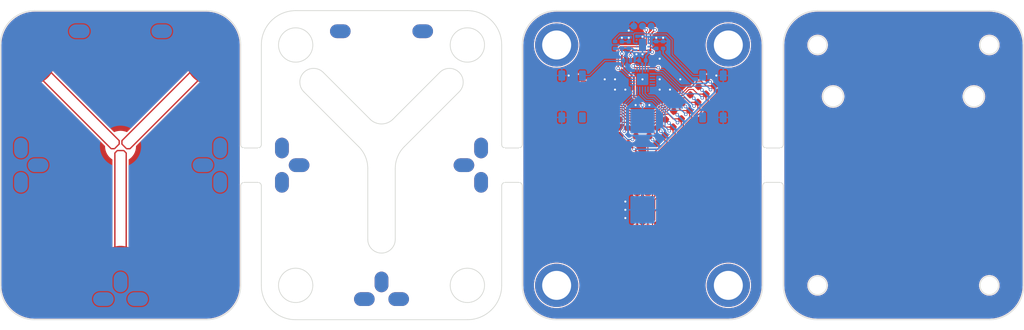
<source format=kicad_pcb>
(kicad_pcb (version 20211014) (generator pcbnew)
  (title_block (title "Flux Capacitor Mini") (date "2022-03-17") (rev "4") (company "Curious Design Labs | Hojadurdy Durdygylyjov") (comment 1 "Small PCB version of Flux Capacitor from the movie Back to the Future") (comment 2 "CC BY-NC-SA 4.0"))
  (layers (0 "F.Cu" signal) (31 "B.Cu" signal) (34 "B.Paste" user) (35 "F.Paste" user) (36 "B.SilkS" user "B.Silkscreen") (37 "F.SilkS" user "F.Silkscreen") (38 "B.Mask" user) (39 "F.Mask" user) (44 "Edge.Cuts" user))
  (net 0 "")
  (net 1 "BATT")
  (net 2 "Net-(R1-Pad2)")
  (net 3 "CLR")
  (net 4 "LED1")
  (net 5 "LED2")
  (net 6 "LED3")
  (net 7 "LED4")
  (net 8 "LED5")
  (net 9 "LED6")
  (net 10 "LED7")
  (net 11 "LED8")
  (net 12 "VCC")
  (net 13 "UPDI")
  (net 14 "GND")
  (net 23 "BTN")
  (net 24 "SHDN")
  (footprint "HDMod_LED_SMD:LED_0603_1608Metric" (layer "F.Cu") (at 173.6 85.4 45)
    (fp_text reference "D11" hide)
    (fp_text value "TL1" hide)
  )
  (footprint "HDMod_LED_SMD:LED_0603_1608Metric" (layer "F.Cu") (at 183.5 108.3)
    (fp_text reference "D21" hide)
    (fp_text value "BM1" hide)
  )
  (footprint "HDMod_LED_SMD:LED_0603_1608Metric" (layer "F.Cu") (at 186.2 92.6 -45)
    (fp_text reference "D37" hide)
    (fp_text value "TR7" hide)
  )
  (footprint "HDMod_LED_SMD:LED_0603_1608Metric" (layer "F.Cu") (at 191 87.8 -45)
    (fp_text reference "D33" hide)
    (fp_text value "TR3" hide)
  )
  (footprint "LOGO" (layer "F.Cu") (at 107.5 97.5)
    (fp_text reference "G***" hide)
    (fp_text value "LOGO" hide)
  )
  (footprint "Footprints:StackSide" (layer "F.Cu") (at 189.5 78 90)
    (fp_text reference "G***" hide)
    (fp_text value "LOGO" hide)
  )
  (footprint "HDMod_Panelization:Breakaway_Tab_MouseBite_3x5mm" (layer "F.Cu") (at 126.5 97.5)
    (fp_text reference "REF**" hide)
    (fp_text value "Breakaway_Tab_MouseBite_3x5mm" hide)
    (fp_line (start -1 -2.5) (end 1 -2.5) (layer "Edge.Cuts") (width 0.1))
    (fp_line (start -1 2.5) (end 1 2.5) (layer "Edge.Cuts") (width 0.1))
    (fp_arc (start -1 -2.5) (mid -1.353553 -2.646447) (end -1.5 -3) (layer "Edge.Cuts") (width 0.1))
    (fp_arc (start -1.5 3) (mid -1.353553 2.646447) (end -1 2.5) (layer "Edge.Cuts") (width 0.1))
    (fp_arc (start 1 2.5) (mid 1.353553 2.646447) (end 1.5 3) (layer "Edge.Cuts") (width 0.1))
    (fp_arc (start 1.5 -3) (mid 1.353553 -2.646447) (end 1 -2.5) (layer "Edge.Cuts") (width 0.1))
  )
  (footprint "HDMod_LED_SMD:LED_0603_1608Metric" (layer "F.Cu") (at 183.5 96.4)
    (fp_text reference "D28" hide)
    (fp_text value "BM8" hide)
  )
  (footprint "HDMod_LED_SMD:LED_0603_1608Metric" (layer "F.Cu") (at 183.5 103.2)
    (fp_text reference "D24" hide)
    (fp_text value "BM4" hide)
  )
  (footprint "HDMod_LED_SMD:LED_0603_1608Metric" (layer "F.Cu") (at 187.4 91.4 -45)
    (fp_text reference "D36" hide)
    (fp_text value "TR6" hide)
  )
  (footprint "HDMod_LED_SMD:LED_0603_1608Metric" (layer "F.Cu") (at 183.5 98.1)
    (fp_text reference "D27" hide)
    (fp_text value "BM7" hide)
  )
  (footprint "HDMod_Panelization:Breakaway_Tab_MouseBite_3x5mm" (layer "F.Cu") (at 202.5 97.5)
    (fp_text reference "REF**" hide)
    (fp_text value "Breakaway_Tab_MouseBite_3x5mm" hide)
    (fp_line (start -1 2.5) (end 1 2.5) (layer "Edge.Cuts") (width 0.1))
    (fp_line (start -1 -2.5) (end 1 -2.5) (layer "Edge.Cuts") (width 0.1))
    (fp_arc (start -1.5 3) (mid -1.353553 2.646447) (end -1 2.5) (layer "Edge.Cuts") (width 0.1))
    (fp_arc (start 1.5 -3) (mid 1.353553 -2.646447) (end 1 -2.5) (layer "Edge.Cuts") (width 0.1))
    (fp_arc (start -1 -2.5) (mid -1.353553 -2.646447) (end -1.5 -3) (layer "Edge.Cuts") (width 0.1))
    (fp_arc (start 1 2.5) (mid 1.353553 2.646447) (end 1.5 3) (layer "Edge.Cuts") (width 0.1))
  )
  (footprint "HDMod_LED_SMD:LED_0603_1608Metric" (layer "F.Cu") (at 188.6 90.2 -45)
    (fp_text reference "D35" hide)
    (fp_text value "TR5" hide)
  )
  (footprint "Footprints:StackSide" (layer "F.Cu") (at 151.5 78 90)
    (fp_text reference "G***" hide)
    (fp_text value "LOGO" hide)
  )
  (footprint "LOGO" (layer "F.Cu") (at 221.5 84.75)
    (fp_text reference "G***" hide)
    (fp_text value "LOGO" hide)
  )
  (footprint "HDMod_LED_SMD:LED_0603_1608Metric" (layer "F.Cu") (at 192.2 86.6 -45)
    (fp_text reference "D32" hide)
    (fp_text value "TR2" hide)
  )
  (footprint "Footprints:StackSide" (layer "F.Cu") (at 183.5 117 -90)
    (fp_text reference "G***" hide)
    (fp_text value "LOGO" hide)
  )
  (footprint "LOGO" (layer "F.Cu") (at 107.5 97.5)
    (fp_text reference "G***" hide)
    (fp_text value "LOGO" hide)
  )
  (footprint "Footprints:StackSide" (layer "F.Cu") (at 169 97.5 180)
    (fp_text reference "G***" hide)
    (fp_text value "LOGO" hide)
  )
  (footprint "Footprints:StackSide" (layer "F.Cu") (at 177.5 78 90)
    (fp_text reference "G***" hide)
    (fp_text value "LOGO" hide)
  )
  (footprint "HDMod_LED_SMD:LED_0603_1608Metric" (layer "F.Cu") (at 182 93.8 45)
    (fp_text reference "D18" hide)
    (fp_text value "TL8" hide)
  )
  (footprint "HDMod_LED_SMD:LED_0603_1608Metric" (layer "F.Cu") (at 183.5 106.6)
    (fp_text reference "D22" hide)
    (fp_text value "BM2" hide)
  )
  (footprint "Footprints:StackSide" (layer "F.Cu") (at 145.5 117 -90)
    (fp_text reference "G***" hide)
    (fp_text value "LOGO" hide)
  )
  (footprint "HDMod_LED_SMD:LED_0603_1608Metric" (layer "F.Cu") (at 179.6 91.4 45)
    (fp_text reference "D16" hide)
    (fp_text value "TL6" hide)
  )
  (footprint "HDMod_LED_SMD:LED_0603_1608Metric" (layer "F.Cu") (at 189.8 89 -45)
    (fp_text reference "D34" hide)
    (fp_text value "TR4" hide)
  )
  (footprint "HDMod_LED_SMD:LED_0603_1608Metric" (layer "F.Cu") (at 176 87.8 45)
    (fp_text reference "D13" hide)
    (fp_text value "TL3" hide)
  )
  (footprint "Footprints:StackSide" (layer "F.Cu") (at 139.5 78 90)
    (fp_text reference "G***" hide)
    (fp_text value "LOGO" hide)
  )
  (footprint "HDMod_LED_SMD:LED_0603_1608Metric" (layer "F.Cu") (at 178.4 90.2 45)
    (fp_text reference "D15" hide)
    (fp_text value "TL5" hide)
  )
  (footprint "HDMod_LED_SMD:LED_0603_1608Metric" (layer "F.Cu") (at 193.4 85.4 -45)
    (fp_text reference "D31" hide)
    (fp_text value "TR1" hide)
  )
  (footprint "LOGO" (layer "F.Cu") (at 221.5 106.25)
    (fp_text reference "G***" hide)
    (fp_text value "LOGO" hide)
  )
  (footprint "HDMod_LED_SMD:LED_0603_1608Metric" (layer "F.Cu") (at 183.5 101.5)
    (fp_text reference "D25" hide)
    (fp_text value "BM5" hide)
  )
  (footprint "Footprints:StackSide" (layer "F.Cu") (at 198 97.5)
    (fp_text reference "G***" hide)
    (fp_text value "LOGO" hide)
  )
  (footprint "HDMod_LED_SMD:LED_0603_1608Metric" (layer "F.Cu") (at 180.8 92.6 45)
    (fp_text reference "D17" hide)
    (fp_text value "TL7" hide)
  )
  (footprint "HDMod_LED_SMD:LED_0603_1608Metric" (layer "F.Cu") (at 183.5 99.8)
    (fp_text reference "D26" hide)
    (fp_text value "BM6" hide)
  )
  (footprint "HDMod_LED_SMD:LED_0603_1608Metric" (layer "F.Cu") (at 177.2 89 45)
    (fp_text reference "D14" hide)
    (fp_text value "TL4" hide)
  )
  (footprint "Footprints:StackSide" (layer "F.Cu") (at 160 97.5)
    (fp_text reference "G***" hide)
    (fp_text value "LOGO" hide)
  )
  (footprint "HDMod_LED_SMD:LED_0603_1608Metric" (layer "F.Cu") (at 174.8 86.6 45)
    (fp_text reference "D12" hide)
    (fp_text value "TL2" hide)
  )
  (footprint "HDMod_LED_SMD:LED_0603_1608Metric" (layer "F.Cu") (at 183.5 104.9)
    (fp_text reference "D23" hide)
    (fp_text value "BM3" hide)
  )
  (footprint "HDMod_Panelization:Breakaway_Tab_MouseBite_3x5mm" (layer "F.Cu") (at 164.5 97.5)
    (fp_text reference "REF**" hide)
    (fp_text value "Breakaway_Tab_MouseBite_3x5mm" hide)
    (fp_line (start -1 -2.5) (end 1 -2.5) (layer "Edge.Cuts") (width 0.1))
    (fp_line (start -1 2.5) (end 1 2.5) (layer "Edge.Cuts") (width 0.1))
    (fp_arc (start 1.5 -3) (mid 1.353553 -2.646447) (end 1 -2.5) (layer "Edge.Cuts") (width 0.1))
    (fp_arc (start 1 2.5) (mid 1.353553 2.646447) (end 1.5 3) (layer "Edge.Cuts") (width 0.1))
    (fp_arc (start -1.5 3) (mid -1.353553 2.646447) (end -1 2.5) (layer "Edge.Cuts") (width 0.1))
    (fp_arc (start -1 -2.5) (mid -1.353553 -2.646447) (end -1.5 -3) (layer "Edge.Cuts") (width 0.1))
  )
  (footprint "Footprints:StackSide" (layer "F.Cu") (at 131 97.5 180)
    (fp_text reference "G***" hide)
    (fp_text value "LOGO" hide)
  )
  (footprint "HDMod_LED_SMD:LED_0603_1608Metric" (layer "F.Cu") (at 185 93.8 -45)
    (fp_text reference "D38" hide)
    (fp_text value "TR8" hide)
  )
  (footprint "kibuzzard-62327418" (layer "B.Cu") (at 221.5 102.475 180)
    (fp_text reference "kibuzzard-62327418" hide)
    (fp_text value "G***" hide)
  )
  (footprint "HDMod_Package_DFN_QFN:VQFN-20-1EP_3x3mm_P0.4mm_EP1.7x1.7mm" (layer "B.Cu") (at 183.5 85 -90)
    (fp_text reference "U1")
    (fp_text value "ATtiny1616-M" hide)
  )
  (footprint "Footprints:StackSide" (layer "B.Cu") (at 107.5 117 -90)
    (fp_text reference "G***" hide)
    (fp_text value "LOGO" hide)
  )
  (footprint "Footprints:StackSide" (layer "B.Cu") (at 101.5 78 90)
    (fp_text reference "G***" hide)
    (fp_text value "LOGO" hide)
  )
  (footprint "HDMod_MountingHole:SMTSO2530CTJ" (layer "B.Cu") (at 196 115 180)
    (fp_text reference "H4" hide)
    (fp_text value "M2.5x3" hide)
  )
  (footprint "Footprints:StackSide" (layer "B.Cu") (at 145.5 117 -90)
    (fp_text reference "G***" hide)
    (fp_text value "LOGO" hide)
  )
  (footprint "Footprints:StackSide" (layer "B.Cu") (at 131 97.5 180)
    (fp_text reference "G***" hide)
    (fp_text value "LOGO" hide)
  )
  (footprint "HDMod_Battery_Holder_SMD:CR2032_MY-FJ-113LM_MY-ZJ-110" (layer "B.Cu") (at 183.5 104 180)
    (fp_text reference "BT1")
    (fp_text value "CR2032")
  )
  (footprint "Footprints:StackSide" (layer "B.Cu") (at 113.5 78 90)
    (fp_text reference "G***" hide)
    (fp_text value "LOGO" hide)
  )
  (footprint "kibuzzard-62327D38" (layer "B.Cu") (at 221.5 109 180)
    (fp_text reference "kibuzzard-62327D38" hide)
    (fp_text value "G***" hide)
  )
  (footprint "kibuzzard-62311D83" (layer "B.Cu") (at 211.25 87.5 180)
    (fp_text reference "kibuzzard-62311D83" hide)
    (fp_text value "G***" hide)
  )
  (footprint "HDMod_Capacitor_SMD:C_0402_1005Metric" (layer "B.Cu") (at 181.5 80 90)
    (fp_text reference "C2" hide)
    (fp_text value "100nF" hide)
  )
  (footprint "HDMod_MountingHole:SMTSO2530CTJ" (layer "B.Cu") (at 171 80 180)
    (fp_text reference "H1" hide)
    (fp_text value "M2.5x3" hide)
  )
  (footprint "kibuzzard-6232791A" (layer "B.Cu") (at 221.5 102.475 180)
    (fp_text reference "kibuzzard-6232791A" hide)
    (fp_text value "G***" hide)
  )
  (footprint "HDMod_MountingHole:SMTSO2530CTJ" (layer "B.Cu") (at 196 80 180)
    (fp_text reference "H2" hide)
    (fp_text value "M2.5x3" hide)
  )
  (footprint "HDMod_MountingHole:SMTSO2530CTJ" (layer "B.Cu") (at 171 115 180)
    (fp_text reference "H3" hide)
    (fp_text value "M2.5x3" hide)
  )
  (footprint "HDMod_Testing_and_Programming_PAD:PogoPad_1x03_P1.27mm" (layer "B.Cu") (at 183.5 77.25 180)
    (fp_text reference "J1" hide)
    (fp_text value "UPDI_PAD" hide)
  )
  (footprint "kibuzzard-62311D83" (layer "B.Cu") (at 231.75 87.5 180)
    (fp_text reference "kibuzzard-62311D83" hide)
    (fp_text value "G***" hide)
  )
  (footprint "Footprints:StackSide" (layer "B.Cu") (at 160 97.5)
    (fp_text reference "G***" hide)
    (fp_text value "LOGO" hide)
  )
  (footprint "kibuzzard-623278F0" (layer "B.Cu") (at 221.5 98.475 180)
    (fp_text reference "kibuzzard-623278F0" hide)
    (fp_text value "G***" hide)
  )
  (footprint "HDMod_Resistor_SMD:R_0402_1005Metric" (layer "B.Cu") (at 179.5 80 90)
    (fp_text reference "R1" hide)
    (fp_text value "100K" hide)
  )
  (footprint "HDMod_Resistor_SMD:R_0402_1005Metric" (layer "B.Cu") (at 181.25 82.25 180)
    (fp_text reference "R4" hide)
    (fp_text value "10K" hide)
  )
  (footprint "kibuzzard-62327907" (layer "B.Cu") (at 221.5 100.475 180)
    (fp_text reference "kibuzzard-62327907" hide)
    (fp_text value "G***" hide)
  )
  (footprint "Footprints:StackSide" (layer "B.Cu") (at 93 97.5 180)
    (fp_text reference "G***" hide)
    (fp_text value "LOGO" hide)
  )
  (footprint "kibuzzard-62330E41" (layer "B.Cu") (at 221.5 95.525 180)
    (fp_text reference "kibuzzard-62330E41" hide)
    (fp_text value "G***" hide)
  )
  (footprint "HDMod_Package_DFN_QFN:USP-8B06_2.0x2.0mm_P0.5mm_EP1.0x1.8mm" (layer "B.Cu") (at 183.5 80)
    (fp_text reference "U2")
    (fp_text value "XC6194A303ER-G" hide)
  )
  (footprint "HDMod_Resistor_SMD:R_0402_1005Metric" (layer "B.Cu") (at 186.5 80 90)
    (fp_text reference "R3" hide)
    (fp_text value "510" hide)
  )
  (footprint "kibuzzard-62327445" (layer "B.Cu") (at 221.5 100.475 180)
    (fp_text reference "kibuzzard-62327445" hide)
    (fp_text value "G***" hide)
  )
  (footprint "HDMod_Capacitor_SMD:C_0402_1005Metric" (layer "B.Cu") (at 180.5 80 90)
    (fp_text reference "C1" hide)
    (fp_text value "1uF" hide)
  )
  (footprint "Footprints:StackSide" (layer "B.Cu") (at 122 97.5)
    (fp_text reference "G***" hide)
    (fp_text value "LOGO" hide)
  )
  (footprint "kibuzzard-623256DE" (layer "B.Cu") (at 221.5 80 180)
    (fp_text reference "kibuzzard-623256DE" hide)
    (fp_text value "G***" hide)
  )
  (footprint "kibuzzard-62327207" (layer "B.Cu") (at 221.5 98.475 180)
    (fp_text reference "kibuzzard-62327207" hide)
    (fp_text value "G***" hide)
  )
  (footprint "LOGO" (layer "B.Cu") (at 221.5 87.5 180)
    (fp_text reference "G***" hide)
    (fp_text value "LOGO" hide)
  )
  (footprint "Footprints:StackSide" (layer "B.Cu") (at 139.5 78 90)
    (fp_text reference "G***" hide)
    (fp_text value "LOGO" hide)
  )
  (footprint "HDMod_Capacitor_SMD:C_0402_1005Metric" (layer "B.Cu") (at 183.5 82.25 180)
    (fp_text reference "C3" hide)
    (fp_text value "100nF" hide)
  )
  (footprint "HDMod_Switch_SMD:SW_SPST_4.5x4.5mm" (layer "B.Cu") (at 193.75 87.5 90)
    (fp_text reference "SW1" hide)
    (fp_text value "On/Off")
  )
  (footprint "HDMod_Resistor_SMD:R_0402_1005Metric" (layer "B.Cu") (at 185.5 80 90)
    (fp_text reference "R2" hide)
    (fp_text value "100K" hide)
  )
  (footprint "kibuzzard-62327BD2" (layer "B.Cu") (at 221.5 106.025 180)
    (fp_text reference "kibuzzard-62327BD2" hide)
    (fp_text value "G***" hide)
  )
  (footprint "HDMod_Switch_SMD:SW_SPST_4.5x4.5mm" (layer "B.Cu") (at 173.25 87.5 -90)
    (fp_text reference "SW2" hide)
    (fp_text value "Start/Set")
  )
  (footprint "Footprints:StackSide" (layer "B.Cu") (at 151.5 78 90)
    (fp_text reference "G***" hide)
    (fp_text value "LOGO" hide)
  )
  (gr_line (start 142.174472 94.800531) (end 134.185786 86.814214) (layer "Edge.Cuts") (width 0.1))
  (gr_circle (center 209 80) (end 210.35 80) (layer "Edge.Cuts") (width 0.1) (fill none))
  (gr_arc (start 133 120) (mid 129.464466 118.535534) (end 128 115) (layer "Edge.Cuts") (width 0.1))
  (gr_line (start 204 94.5) (end 204 80) (layer "Edge.Cuts") (width 0.1))
  (gr_arc (start 95 120) (mid 91.464466 118.535534) (end 90 115) (layer "Edge.Cuts") (width 0.1))
  (gr_arc (start 196 75) (mid 199.535534 76.464466) (end 201 80) (layer "Edge.Cuts") (width 0.1))
  (gr_arc (start 147.5 97.99) (mid 147.844574 96.263027) (end 148.825527 94.80053) (layer "Edge.Cuts") (width 0.1))
  (gr_line (start 171 75) (end 196 75) (layer "Edge.Cuts") (width 0.1))
  (gr_line (start 125 94.5) (end 125 80) (layer "Edge.Cuts") (width 0.1))
  (gr_circle (center 158 115) (end 160.5 115) (layer "Edge.Cuts") (width 0.1) (fill none))
  (gr_arc (start 142.174472 94.800531) (mid 143.155424 96.263028) (end 143.499999 97.99) (layer "Edge.Cuts") (width 0.1))
  (gr_circle (center 133 80) (end 135.5 80) (layer "Edge.Cuts") (width 0.1) (fill none))
  (gr_arc (start 153.985786 83.985786) (mid 156.814214 83.985786) (end 156.814214 86.814214) (layer "Edge.Cuts") (width 0.1))
  (gr_circle (center 209 115) (end 210.35 115) (layer "Edge.Cuts") (width 0.1) (fill none))
  (gr_arc (start 134.185786 86.814214) (mid 134.185786 83.985786) (end 137.014214 83.985786) (layer "Edge.Cuts") (width 0.1))
  (gr_arc (start 209 120) (mid 205.464466 118.535534) (end 204 115) (layer "Edge.Cuts") (width 0.1))
  (gr_circle (center 158 80) (end 160.5 80) (layer "Edge.Cuts") (width 0.1) (fill none))
  (gr_line (start 209 75) (end 234 75) (layer "Edge.Cuts") (width 0.1))
  (gr_line (start 143.875001 90.849999) (end 137.014214 83.985786) (layer "Edge.Cuts") (width 0.1))
  (gr_line (start 171 120) (end 196 120) (layer "Edge.Cuts") (width 0.1))
  (gr_line (start 95 120) (end 120 120) (layer "Edge.Cuts") (width 0.1))
  (gr_arc (start 171 120) (mid 167.464466 118.535534) (end 166 115) (layer "Edge.Cuts") (width 0.1))
  (gr_circle (center 211.25 87.5) (end 209.75 87.5) (layer "Edge.Cuts") (width 0.1) (fill none))
  (gr_arc (start 90 80) (mid 91.464466 76.464466) (end 95 75) (layer "Edge.Cuts") (width 0.1))
  (gr_arc (start 125 115) (mid 123.535534 118.535534) (end 120 120) (layer "Edge.Cuts") (width 0.1))
  (gr_arc (start 158 75) (mid 161.535534 76.464466) (end 163 80) (layer "Edge.Cuts") (width 0.1))
  (gr_line (start 133 120) (end 158 120) (layer "Edge.Cuts") (width 0.1))
  (gr_line (start 201 100.5) (end 201 115) (layer "Edge.Cuts") (width 0.1))
  (gr_arc (start 163 115) (mid 161.535534 118.535534) (end 158 120) (layer "Edge.Cuts") (width 0.1))
  (gr_line (start 125 100.5) (end 125 115) (layer "Edge.Cuts") (width 0.1))
  (gr_line (start 95 75) (end 120 75) (layer "Edge.Cuts") (width 0.1))
  (gr_arc (start 201 115) (mid 199.535534 118.535534) (end 196 120) (layer "Edge.Cuts") (width 0.1))
  (gr_line (start 148.825527 94.80053) (end 156.814214 86.814214) (layer "Edge.Cuts") (width 0.1))
  (gr_line (start 90 80) (end 90 115) (layer "Edge.Cuts") (width 0.1))
  (gr_arc (start 128 80) (mid 129.464466 76.464466) (end 133 75) (layer "Edge.Cuts") (width 0.1))
  (gr_circle (center 231.75 87.5) (end 230.25 87.5) (layer "Edge.Cuts") (width 0.1) (fill none))
  (gr_line (start 143.499999 97.99) (end 143.5 108.3) (layer "Edge.Cuts") (width 0.1))
  (gr_arc (start 234 75) (mid 237.535534 76.464466) (end 239 80) (layer "Edge.Cuts") (width 0.1))
  (gr_line (start 204 100.5) (end 204 115) (layer "Edge.Cuts") (width 0.1))
  (gr_circle (center 133 115) (end 135.5 115) (layer "Edge.Cuts") (width 0.1) (fill none))
  (gr_line (start 163 100.5) (end 163 115) (layer "Edge.Cuts") (width 0.1))
  (gr_line (start 147.124999 90.849999) (end 153.985786 83.985786) (layer "Edge.Cuts") (width 0.1))
  (gr_circle (center 234 115) (end 235.35 115) (layer "Edge.Cuts") (width 0.1) (fill none))
  (gr_line (start 147.5 97.99) (end 147.5 108.3) (layer "Edge.Cuts") (width 0.1))
  (gr_line (start 209 120) (end 234 120) (layer "Edge.Cuts") (width 0.1))
  (gr_line (start 201 94.5) (end 201 80) (layer "Edge.Cuts") (width 0.1))
  (gr_arc (start 166 80) (mid 167.464466 76.464466) (end 171 75) (layer "Edge.Cuts") (width 0.1))
  (gr_arc (start 147.124999 90.849999) (mid 145.5 91.494861) (end 143.875001 90.849999) (layer "Edge.Cuts") (width 0.1))
  (gr_line (start 128 94.5) (end 128 80) (layer "Edge.Cuts") (width 0.1))
  (gr_line (start 166 94.5) (end 166 80) (layer "Edge.Cuts") (width 0.1))
  (gr_arc (start 204 80) (mid 205.464466 76.464466) (end 209 75) (layer "Edge.Cuts") (width 0.1))
  (gr_line (start 133 75) (end 158 75) (layer "Edge.Cuts") (width 0.1))
  (gr_arc (start 120 75) (mid 123.535534 76.464466) (end 125 80) (layer "Edge.Cuts") (width 0.1))
  (gr_arc (start 147.5 108.3) (mid 145.5 110.3) (end 143.5 108.3) (layer "Edge.Cuts") (width 0.1))
  (gr_line (start 239 115) (end 239 80) (layer "Edge.Cuts") (width 0.1))
  (gr_arc (start 239 115) (mid 237.535534 118.535534) (end 234 120) (layer "Edge.Cuts") (width 0.1))
  (gr_line (start 163 94.5) (end 163 80) (layer "Edge.Cuts") (width 0.1))
  (gr_line (start 128 100.5) (end 128 115) (layer "Edge.Cuts") (width 0.1))
  (gr_circle (center 234 80) (end 235.35 80) (layer "Edge.Cuts") (width 0.1) (fill none))
  (gr_line (start 166 100.5) (end 166 115) (layer "Edge.Cuts") (width 0.1))
  (segment (start 182.25 87.5) (end 182.25 84.75) (width 0.25) (layer "F.Cu") (net 1))
  (segment (start 183.5 88.75) (end 182.25 87.5) (width 0.25) (layer "F.Cu") (net 1))
  (segment (start 182.25 84.75) (end 180.5 83) (width 0.25) (layer "F.Cu") (net 1))
  (segment (start 180.5 83) (end 180.5 81.25) (width 0.25) (layer "F.Cu") (net 1))
  (via (at 183.5 88.75) (size 0.5) (drill 0.3) (layers "F.Cu" "B.Cu") (net 1))
  (via (at 180.5 81.25) (size 0.5) (drill 0.3) (layers "F.Cu" "B.Cu") (net 1))
  (segment (start 182 80.5) (end 179.51 80.5) (width 0.25) (layer "B.Cu") (net 1))
  (segment (start 179.51 80.5) (end 179.5 80.51) (width 0.16) (layer "B.Cu") (net 1))
  (segment (start 183.5 91.1) (end 183.5 88.75) (width 0.25) (layer "B.Cu") (net 1))
  (segment (start 182.25 80.75) (end 182 80.5) (width 0.25) (layer "B.Cu") (net 1))
  (segment (start 180.5 81.25) (end 180.5 80.48) (width 0.25) (layer "B.Cu") (net 1))
  (segment (start 182.65 80.75) (end 182.25 80.75) (width 0.25) (layer "B.Cu") (net 1))
  (segment (start 182.2 79.65) (end 182.2 79.15) (width 0.16) (layer "B.Cu") (net 2))
  (segment (start 179.5 79.1) (end 180.2 78.4) (width 0.16) (layer "B.Cu") (net 2))
  (segment (start 182.35 78.25) (end 183.797726 78.25) (width 0.16) (layer "B.Cu") (net 2))
  (segment (start 187 78.4) (end 187.825 79.225) (width 0.16) (layer "B.Cu") (net 2))
  (segment (start 187.825 79.225) (end 187.825 81.4) (width 0.16) (layer "B.Cu") (net 2))
  (segment (start 183.797726 78.25) (end 183.947726 78.4) (width 0.16) (layer "B.Cu") (net 2))
  (segment (start 182.2 78.4) (end 182.35 78.25) (width 0.16) (layer "B.Cu") (net 2))
  (segment (start 179.5 79.49) (end 179.5 79.1) (width 0.16) (layer "B.Cu") (net 2))
  (segment (start 182.65 79.75) (end 182.3 79.75) (width 0.16) (layer "B.Cu") (net 2))
  (segment (start 182.2 78.9) (end 182.2 78.4) (width 0.16) (layer "B.Cu") (net 2))
  (segment (start 183.947726 78.4) (end 187 78.4) (width 0.16) (layer "B.Cu") (net 2))
  (segment (start 182.2 79.15) (end 182.2 79.025) (width 0.16) (layer "B.Cu") (net 2))
  (segment (start 182.2 79.15) (end 182.2 78.9) (width 0.16) (layer "B.Cu") (net 2))
  (segment (start 190.875 84.45) (end 192.25 84.45) (width 0.16) (layer "B.Cu") (net 2))
  (segment (start 180.2 78.4) (end 182.2 78.4) (width 0.16) (layer "B.Cu") (net 2))
  (segment (start 182.3 79.75) (end 182.2 79.65) (width 0.16) (layer "B.Cu") (net 2))
  (segment (start 187.825 81.4) (end 190.875 84.45) (width 0.16) (layer "B.Cu") (net 2))
  (segment (start 181.448457 94.351543) (end 182.72 95.623086) (width 0.25) (layer "F.Cu") (net 3))
  (segment (start 182.72 95.623086) (end 182.72 96.4) (width 0.25) (layer "F.Cu") (net 3))
  (segment (start 190.448457 87.248457) (end 190.952624 87.752623) (width 0.25) (layer "F.Cu") (net 3))
  (segment (start 192.848457 84.848457) (end 193.352624 85.352623) (width 0.25) (layer "F.Cu") (net 3))
  (segment (start 189.248457 88.448457) (end 189.752624 88.952623) (width 0.25) (layer "F.Cu") (net 3))
  (segment (start 191.648457 86.048457) (end 192.152624 86.552623) (width 0.25) (layer "F.Cu") (net 3))
  (segment (start 185.648457 92.048457) (end 186.152623 92.552623) (width 0.25) (layer "F.Cu") (net 3))
  (segment (start 188.048457 89.648457) (end 188.552623 90.152623) (width 0.25) (layer "F.Cu") (net 3))
  (segment (start 181.448457 94.351543) (end 173.048457 85.951543) (width 0.25) (layer "F.Cu") (net 3))
  (segment (start 186.848457 90.848457) (end 187.352624 91.352623) (width 0.25) (layer "F.Cu") (net 3))
  (segment (start 184.448457 93.248457) (end 184.952624 93.752623) (width 0.25) (layer "F.Cu") (net 3))
  (segment (start 182.72 108.3) (end 182.72 96.4) (width 0.25) (layer "F.Cu") (net 3))
  (via (at 187.352624 91.352623) (size 0.5) (drill 0.3) (layers "F.Cu" "B.Cu") (net 3))
  (via (at 186.152623 92.552623) (size 0.5) (drill 0.3) (layers "F.Cu" "B.Cu") (net 3))
  (via (at 192.152624 86.552623) (size 0.5) (drill 0.3) (layers "F.Cu" "B.Cu") (net 3))
  (via (at 189.752624 88.952623) (size 0.5) (drill 0.3) (layers "F.Cu" "B.Cu") (net 3))
  (via (at 193.352624 85.352623) (size 0.5) (drill 0.3) (layers "F.Cu" "B.Cu") (net 3))
  (via (at 184.952624 93.752623) (size 0.5) (drill 0.3) (layers "F.Cu" "B.Cu") (net 3))
  (via (at 182.273457 95.176543) (size 0.5) (drill 0.3) (layers "F.Cu" "B.Cu") (net 3))
  (via (at 188.552623 90.152623) (size 0.5) (drill 0.3) (layers "F.Cu" "B.Cu") (net 3))
  (via (at 190.952624 87.752623) (size 0.5) (drill 0.3) (layers "F.Cu" "B.Cu") (net 3))
  (segment (start 188.3 92.3) (end 188.6 92.3) (width 0.25) (layer "B.Cu") (net 3))
  (segment (start 191.9 88.7) (end 192.2 88.7) (width 0.25) (layer "B.Cu") (net 3))
  (segment (start 190.952624 87.752624) (end 192.05 88.85) (width 0.25) (layer "B.Cu") (net 3))
  (segment (start 193.1 87.5) (end 193.4 87.5) (width 0.25) (layer "B.Cu") (net 3))
  (segment (start 182.273457 95.176543) (end 185.723457 95.176543) (width 0.25) (layer "B.Cu") (net 3))
  (segment (start 187.1 93.5) (end 187.4 93.5) (width 0.25) (layer "B.Cu") (net 3))
  (segment (start 193.25 87.65) (end 194.15 86.75) (width 0.25) (layer "B.Cu") (net 3))
  (segment (start 187.352624 91.352624) (end 188.45 92.45) (width 0.25) (layer "B.Cu") (net 3))
  (segment (start 190.85 90.05) (end 192.05 88.85) (width 0.25) (layer "B.Cu") (net 3))
  (segment (start 185.723457 95.176543) (end 186.025 94.875) (width 0.25) (layer "B.Cu") (net 3))
  (segment (start 185.9 94.7) (end 186.2 94.7) (width 0.25) (layer "B.Cu") (net 3))
  (segment (start 188.45 92.45) (end 189.65 91.25) (width 0.25) (layer "B.Cu") (net 3))
  (segment (start 193.1 87.5) (end 193.1 87.8) (width 0.25) (layer "B.Cu") (net 3))
  (segment (start 188.552623 90.152623) (end 189.65 91.25) (width 0.25) (layer "B.Cu") (net 3))
  (segment (start 192.925 87.325) (end 193.1 87.5) (width 0.25) (layer "B.Cu") (net 3))
  (segment (start 186.5 81.25) (end 186.5 80.51) (width 0.25) (layer "B.Cu") (net 3))
  (segment (start 186.2 94.7) (end 187.25 93.65) (width 0.25) (layer "B.Cu") (net 3))
  (segment (start 188.3 92.3) (end 188.3 92.6) (width 0.25) (layer "B.Cu") (net 3))
  (segment (start 185.9 94.7) (end 185.9 95) (width 0.25) (layer "B.Cu") (net 3))
  (segment (start 194.15 86.149999) (end 193.352624 85.352623) (width 0.25) (layer "B.Cu") (net 3))
  (segment (start 189.65 91.25) (end 190.85 90.05) (width 0.25) (layer "B.Cu") (net 3))
  (segment (start 186.025 94.824999) (end 186.025 94.875) (width 0.16) (layer "B.Cu") (net 3))
  (segment (start 192.75 85.6) (end 190.85 85.6) (width 0.25) (layer "B.Cu") (net 3))
  (segment (start 189.5 91.1) (end 189.5 91.4) (width 0.25) (layer "B.Cu") (net 3))
  (segment (start 192.152624 86.552624) (end 192.925 87.325) (width 0.25) (layer "B.Cu") (net 3))
  (segment (start 190.85 85.6) (end 186.5 81.25) (width 0.25) (layer "B.Cu") (net 3))
  (segment (start 191.9 88.7) (end 191.9 89) (width 0.25) (layer "B.Cu") (net 3))
  (segment (start 189.752624 88.952624) (end 190.85 90.05) (width 0.25) (layer "B.Cu") (net 3))
  (segment (start 189.752624 88.952623) (end 189.752624 88.952624) (width 0.16) (layer "B.Cu") (net 3))
  (segment (start 187.1 93.5) (end 187.1 93.8) (width 0.25) (layer "B.Cu") (net 3))
  (segment (start 194.15 86.75) (end 194.15 86.149999) (width 0.25) (layer "B.Cu") (net 3))
  (segment (start 190.7 89.9) (end 190.7 90.2) (width 0.25) (layer "B.Cu") (net 3))
  (segment (start 186.025 94.875) (end 186.2 94.7) (width 0.25) (layer "B.Cu") (net 3))
  (segment (start 192.997377 85.352623) (end 192.75 85.6) (width 0.25) (layer "B.Cu") (net 3))
  (segment (start 186.152623 92.552623) (end 187.25 93.65) (width 0.25) (layer "B.Cu") (net 3))
  (segment (start 192.152624 86.552623) (end 192.152624 86.552624) (width 0.16) (layer "B.Cu") (net 3))
  (segment (start 190.952624 87.752623) (end 190.952624 87.752624) (width 0.16) (layer "B.Cu") (net 3))
  (segment (start 193.352624 85.352623) (end 192.997377 85.352623) (width 0.25) (layer "B.Cu") (net 3))
  (segment (start 192.925 87.325) (end 193.25 87.65) (width 0.25) (layer "B.Cu") (net 3))
  (segment (start 193.1 87.8) (end 193.25 87.65) (width 0.25) (layer "B.Cu") (net 3))
  (segment (start 187.352624 91.352623) (end 187.352624 91.352624) (width 0.16) (layer "B.Cu") (net 3))
  (segment (start 190.7 89.9) (end 191 89.9) (width 0.25) (layer "B.Cu") (net 3))
  (segment (start 189.5 91.1) (end 189.8 91.1) (width 0.25) (layer "B.Cu") (net 3))
  (segment (start 192.05 88.85) (end 193.1 87.8) (width 0.25) (layer "B.Cu") (net 3))
  (segment (start 187.25 93.65) (end 188.45 92.45) (width 0.25) (layer "B.Cu") (net 3))
  (segment (start 184.952624 93.752623) (end 186.025 94.824999) (width 0.25) (layer "B.Cu") (net 3))
  (segment (start 186.2351 99.52425) (end 186.2351 100.77238) (width 0.16) (layer "F.Cu") (net 4))
  (segment (start 185.59606 102.65955) (end 185.59606 103.90768) (width 0.16) (layer "F.Cu") (net 4))
  (segment (start 193.951543 85.951543) (end 193.948457 85.951543) (width 0.16) (layer "F.Cu") (net 4))
  (segment (start 193.951543 86.908994) (end 193.071063 87.789474) (width 0.16) (layer "F.Cu") (net 4))
  (segment (start 174.151543 84.848457) (end 174.575075 85.271989) (width 0.16) (layer "F.Cu") (net 4))
  (segment (start 182.194271 89.674389) (end 183.052764 90.53288) (width 0.16) (layer "F.Cu") (net 4))
  (segment (start 192.190583 89.121824) (end 192.190583 89.573694) (width 0.16) (layer "F.Cu") (net 4))
  (segment (start 185.27654 105.47533) (end 184.95702 105.79485) (width 0.16) (layer "F.Cu") (net 4))
  (segment (start 176.862887 86.15048) (end 177.745356 87.032949) (width 0.16) (layer "F.Cu") (net 4))
  (segment (start 179.077705 87.913429) (end 179.529576 87.913429) (width 0.16) (layer "F.Cu") (net 4))
  (segment (start 186.87414 96.697616) (end 186.87414 97.63708) (width 0.16) (layer "F.Cu") (net 4))
  (segment (start 190.429623 92.238394) (end 189.549143 93.118874) (width 0.16) (layer "F.Cu") (net 4))
  (segment (start 191.310103 90.454174) (end 191.310103 90.906044) (width 0.16) (layer "F.Cu") (net 4))
  (segment (start 187.922296 87.913429) (end 188.802776 87.032949) (width 0.16) (layer "F.Cu") (net 4))
  (segment (start 177.745356 87.032949) (end 178.197225 87.032949) (width 0.16) (layer "F.Cu") (net 4))
  (segment (start 189.549143 93.118874) (end 189.549143 93.570744) (width 0.16) (layer "F.Cu") (net 4))
  (segment (start 186.2351 100.77238) (end 185.91558 101.0919) (width 0.16) (layer "F.Cu") (net 4))
  (segment (start 185.257596 89.674389) (end 186.138077 88.793909) (width 0.16) (layer "F.Cu") (net 4))
  (segment (start 188.668663 94.451224) (end 188.668663 94.903093) (width 0.16) (layer "F.Cu") (net 4))
  (segment (start 190.429623 91.786524) (end 190.429623 92.238394) (width 0.16) (layer "F.Cu") (net 4))
  (segment (start 186.55462 97.9566) (end 186.55462 99.20473) (width 0.16) (layer "F.Cu") (net 4))
  (segment (start 193.948457 85.951543) (end 193.4 86.5) (width 0.16) (layer "F.Cu") (net 4))
  (segment (start 193.951543 85.951543) (end 193.951543 86.908994) (width 0.16) (layer "F.Cu") (net 4))
  (segment (start 193.071063 88.241344) (end 192.190583 89.121824) (width 0.16) (layer "F.Cu") (net 4))
  (segment (start 185.59606 103.90768) (end 185.27654 104.2272) (width 0.16) (layer "F.Cu") (net 4))
  (segment (start 192.190583 89.573694) (end 191.310103 90.454174) (width 0.16) (layer "F.Cu") (net 4))
  (segment (start 190.135125 86.152469) (end 190.586994 86.152469) (width 0.16) (layer "F.Cu") (net 4))
  (segment (start 191.310103 90.906044) (end 190.429623 91.786524) (width 0.16) (layer "F.Cu") (net 4))
  (segment (start 185.91558 101.0919) (end 185.91558 102.34003) (width 0.16) (layer "F.Cu") (net 4))
  (segment (start 187.470427 87.913429) (end 187.922296 87.913429) (width 0.16) (layer "F.Cu") (net 4))
  (segment (start 193.071063 87.789474) (end 193.071063 88.241344) (width 0.16) (layer "F.Cu") (net 4))
  (segment (start 184.95702 107.04298) (end 184.28 107.72) (width 0.16) (layer "F.Cu") (net 4))
  (segment (start 186.138077 88.793909) (end 186.589947 88.793909) (width 0.16) (layer "F.Cu") (net 4))
  (segment (start 189.254645 87.032949) (end 190.135125 86.152469) (width 0.16) (layer "F.Cu") (net 4))
  (segment (start 175.532526 85.271989) (end 176.411017 86.15048) (width 0.16) (layer "F.Cu") (net 4))
  (segment (start 184.28 107.72) (end 184.28 108.3) (width 0.16) (layer "F.Cu") (net 4))
  (segment (start 183.052764 90.53288) (end 183.947234 90.53288) (width 0.16) (layer "F.Cu") (net 4))
  (segment (start 185.91558 102.34003) (end 185.59606 102.65955) (width 0.16) (layer "F.Cu") (net 4))
  (segment (start 178.197225 87.032949) (end 179.077705 87.913429) (width 0.16) (layer "F.Cu") (net 4))
  (segment (start 191.467474 85.271989) (end 192.071989 85.271989) (width 0.16) (layer "F.Cu") (net 4))
  (segment (start 180.410056 88.793909) (end 180.861924 88.793909) (width 0.16) (layer "F.Cu") (net 4))
  (segment (start 185.27654 104.2272) (end 185.27654 105.47533) (width 0.16) (layer "F.Cu") (net 4))
  (segment (start 186.589947 88.793909) (end 187.470427 87.913429) (width 0.16) (layer "F.Cu") (net 4))
  (segment (start 192.071989 85.271989) (end 192.751543 85.951543) (width 0.16) (layer "F.Cu") (net 4))
  (segment (start 184.805726 89.674389) (end 185.257596 89.674389) (width 0.16) (layer "F.Cu") (net 4))
  (segment (start 183.947234 90.53288) (end 184.805726 89.674389) (width 0.16) (layer "F.Cu") (net 4))
  (segment (start 179.529576 87.913429) (end 180.410056 88.793909) (width 0.16) (layer "F.Cu") (net 4))
  (segment (start 176.411017 86.15048) (end 176.862887 86.15048) (width 0.16) (layer "F.Cu") (net 4))
  (segment (start 184.95702 105.79485) (end 184.95702 107.04298) (width 0.16) (layer "F.Cu") (net 4))
  (segment (start 182.4 83.3) (end 185.8 83.3) (width 0.16) (layer "F.Cu") (net 4))
  (segment (start 181.742404 89.674389) (end 182.194271 89.674389) (width 0.16) (layer "F.Cu") (net 4))
  (segment (start 182.15 83.05) (end 182.4 83.3) (width 0.16) (layer "F.Cu") (net 4))
  (segment (start 188.802776 87.032949) (end 189.254645 87.032949) (width 0.16) (layer "F.Cu") (net 4))
  (segment (start 174.575075 85.271989) (end 175.532526 85.271989) (width 0.16) (layer "F.Cu") (net 4))
  (segment (start 186.55462 99.20473) (end 186.2351 99.52425) (width 0.16) (layer "F.Cu") (net 4))
  (segment (start 186.87414 97.63708) (end 186.55462 97.9566) (width 0.16) (layer "F.Cu") (net 4))
  (segment (start 188.668663 94.903093) (end 186.87414 96.697616) (width 0.16) (layer "F.Cu") (net 4))
  (segment (start 189.549143 93.570744) (end 188.668663 94.451224) (width 0.16) (layer "F.Cu") (net 4))
  (segment (start 192.751543 85.951543) (end 193.951543 85.951543) (width 0.16) (layer "F.Cu") (net 4))
  (segment (start 180.861924 88.793909) (end 181.742404 89.674389) (width 0.16) (layer "F.Cu") (net 4))
  (segment (start 190.586994 86.152469) (end 191.467474 85.271989) (width 0.16) (layer "F.Cu") (net 4))
  (via (at 182.15 83.05) (size 0.5) (drill 0.3) (layers "F.Cu" "B.Cu") (net 4))
  (via (at 193.4 86.5) (size 0.5) (drill 0.3) (layers "F.Cu" "B.Cu") (net 4))
  (via (at 185.8 83.3) (size 0.5) (drill 0.3) (layers "F.Cu" "B.Cu") (net 4))
  (segment (start 189.00374 86) (end 186.5647 83.56096) (width 0.16) (layer "B.Cu") (net 4))
  (segment (start 192.9 86) (end 189.00374 86) (width 0.16) (layer "B.Cu") (net 4))
  (segment (start 182.15 83.05) (end 182.4 82.8) (width 0.16) (layer "B.Cu") (net 4))
  (segment (start 193.4 86.5) (end 192.9 86) (width 0.16) (layer "B.Cu") (net 4))
  (segment (start 186.06096 83.56096) (end 185.8 83.3) (width 0.16) (layer "B.Cu") (net 4))
  (segment (start 182.829722 82.8) (end 183.1 83.070278) (width 0.16) (layer "B.Cu") (net 4))
  (segment (start 186.5647 83.56096) (end 186.06096 83.56096) (width 0.16) (layer "B.Cu") (net 4))
  (segment (start 183.1 83.070278) (end 183.1 83.55) (width 0.16) (layer "B.Cu") (net 4))
  (segment (start 182.4 82.8) (end 182.829722 82.8) (width 0.16) (layer "B.Cu") (net 4))
  (segment (start 189.386994 87.352469) (end 190.267474 86.471989) (width 0.16) (layer "F.Cu") (net 5))
  (segment (start 185.27654 102.5272) (end 185.27654 103.77533) (width 0.16) (layer "F.Cu") (net 5))
  (segment (start 186.2351 99.07238) (end 185.91558 99.3919) (width 0.16) (layer "F.Cu") (net 5))
  (segment (start 188.349143 94.318874) (end 188.349143 94.770743) (width 0.16) (layer "F.Cu") (net 5))
  (segment (start 178.064875 87.352469) (end 178.945355 88.232949) (width 0.16) (layer "F.Cu") (net 5))
  (segment (start 191.871063 89.441344) (end 190.990583 90.321824) (width 0.16) (layer "F.Cu") (net 5))
  (segment (start 181.610054 89.993909) (end 182.061922 89.993909) (width 0.16) (layer "F.Cu") (net 5))
  (segment (start 186.55462 96.565266) (end 186.55462 97.50473) (width 0.16) (layer "F.Cu") (net 5))
  (segment (start 175.773086 86.47) (end 176.730537 86.47) (width 0.16) (layer "F.Cu") (net 5))
  (segment (start 184.95702 104.09485) (end 184.95702 105.34298) (width 0.16) (layer "F.Cu") (net 5))
  (segment (start 182.920415 90.8524) (end 184.079584 90.8524) (width 0.16) (layer "F.Cu") (net 5))
  (segment (start 180.277706 89.113429) (end 180.729574 89.113429) (width 0.16) (layer "F.Cu") (net 5))
  (segment (start 192.751543 87.151543) (end 192.748457 87.151543) (width 0.16) (layer "F.Cu") (net 5))
  (segment (start 185.59606 100.95955) (end 185.59606 102.20768) (width 0.16) (layer "F.Cu") (net 5))
  (segment (start 186.55462 97.50473) (end 186.2351 97.82425) (width 0.16) (layer "F.Cu") (net 5))
  (segment (start 186.722296 89.113429) (end 187.602776 88.232949) (width 0.16) (layer "F.Cu") (net 5))
  (segment (start 191.551543 87.151543) (end 192.751543 87.151543) (width 0.16) (layer "F.Cu") (net 5))
  (segment (start 185.27654 103.77533) (end 184.95702 104.09485) (width 0.16) (layer "F.Cu") (net 5))
  (segment (start 182.061922 89.993909) (end 182.920415 90.8524) (width 0.16) (layer "F.Cu") (net 5))
  (segment (start 190.267474 86.471989) (end 190.871989 86.471989) (width 0.16) (layer "F.Cu") (net 5))
  (segment (start 186.270426 89.113429) (end 186.722296 89.113429) (width 0.16) (layer "F.Cu") (net 5))
  (segment (start 188.349143 94.770743) (end 186.55462 96.565266) (width 0.16) (layer "F.Cu") (net 5))
  (segment (start 184.079584 90.8524) (end 184.938075 89.993909) (width 0.16) (layer "F.Cu") (net 5))
  (segment (start 185.91558 99.3919) (end 185.91558 100.64003) (width 0.16) (layer "F.Cu") (net 5))
  (segment (start 190.990583 90.773694) (end 190.110103 91.654174) (width 0.16) (layer "F.Cu") (net 5))
  (segment (start 184.95702 105.34298) (end 184.28 106.02) (width 0.16) (layer "F.Cu") (net 5))
  (segment (start 190.871989 86.471989) (end 191.551543 87.151543) (width 0.16) (layer "F.Cu") (net 5))
  (segment (start 189.229623 92.986524) (end 189.229623 93.438394) (width 0.16) (layer "F.Cu") (net 5))
  (segment (start 184.938075 89.993909) (end 185.389946 89.993909) (width 0.16) (layer "F.Cu") (net 5))
  (segment (start 192.751543 87.151543) (end 192.751543 88.108994) (width 0.16) (layer "F.Cu") (net 5))
  (segment (start 192.748457 87.151543) (end 192.2 87.7) (width 0.16) (layer "F.Cu") (net 5))
  (segment (start 185.91558 100.64003) (end 185.59606 100.95955) (width 0.16) (layer "F.Cu") (net 5))
  (segment (start 179.397226 88.232949) (end 180.277706 89.113429) (width 0.16) (layer "F.Cu") (net 5))
  (segment (start 177.613006 87.352469) (end 178.064875 87.352469) (width 0.16) (layer "F.Cu") (net 5))
  (segment (start 192.751543 88.108994) (end 191.871063 88.989474) (width 0.16) (layer "F.Cu") (net 5))
  (segment (start 178.945355 88.232949) (end 179.397226 88.232949) (width 0.16) (layer "F.Cu") (net 5))
  (segment (start 175.351543 86.048457) (end 175.773086 86.47) (width 0.16) (layer "F.Cu") (net 5))
  (segment (start 188.935125 87.352469) (end 189.386994 87.352469) (width 0.16) (layer "F.Cu") (net 5))
  (segment (start 190.990583 90.321824) (end 190.990583 90.773694) (width 0.16) (layer "F.Cu") (net 5))
  (segment (start 189.229623 93.438394) (end 188.349143 94.318874) (width 0.16) (layer "F.Cu") (net 5))
  (segment (start 187.602776 88.232949) (end 188.054645 88.232949) (width 0.16) (layer "F.Cu") (net 5))
  (segment (start 180.729574 89.113429) (end 181.610054 89.993909) (width 0.16) (layer "F.Cu") (net 5))
  (segment (start 185.59606 102.20768) (end 185.27654 102.5272) (width 0.16) (layer "F.Cu") (net 5))
  (segment (start 191.871063 88.989474) (end 191.871063 89.441344) (width 0.16) (layer "F.Cu") (net 5))
  (segment (start 184.28 106.02) (end 184.28 106.6) (width 0.16) (layer "F.Cu") (net 5))
  (segment (start 176.730537 86.47) (end 177.613006 87.352469) (width 0.16) (layer "F.Cu") (net 5))
  (segment (start 188.054645 88.232949) (end 188.935125 87.352469) (width 0.16) (layer "F.Cu") (net 5))
  (segment (start 190.110103 91.654174) (end 190.110103 92.106044) (width 0.16) (layer "F.Cu") (net 5))
  (segment (start 190.110103 92.106044) (end 189.229623 92.986524) (width 0.16) (layer "F.Cu") (net 5))
  (segment (start 186.2351 97.82425) (end 186.2351 99.07238) (width 0.16) (layer "F.Cu") (net 5))
  (segment (start 185.389946 89.993909) (end 186.270426 89.113429) (width 0.16) (layer "F.Cu") (net 5))
  (via (at 192.2 87.7) (size 0.5) (drill 0.3) (layers "F.Cu" "B.Cu") (net 5))
  (segment (start 191.6 87.1) (end 192.2 87.7) (width 0.16) (layer "B.Cu") (net 5))
  (segment (start 186.43235 83.88048) (end 189.65187 87.1) (width 0.16) (layer "B.Cu") (net 5))
  (segment (start 184.3 83.55) (end 185.25 83.55) (width 0.16) (layer "B.Cu") (net 5))
  (segment (start 189.65187 87.1) (end 191.6 87.1) (width 0.16) (layer "B.Cu") (net 5))
  (segment (start 185.25 83.55) (end 185.58048 83.88048) (width 0.16) (layer "B.Cu") (net 5))
  (segment (start 185.58048 83.88048) (end 186.43235 83.88048) (width 0.16) (layer "B.Cu") (net 5))
  (segment (start 191.551543 88.351543) (end 191.551543 89.308994) (width 0.16) (layer "F.Cu") (net 6))
  (segment (start 185.27654 102.07533) (end 184.95702 102.39485) (width 0.16) (layer "F.Cu") (net 6))
  (segment (start 191.551543 89.308994) (end 190.671063 90.189474) (width 0.16) (layer "F.Cu") (net 6))
  (segment (start 186.2351 96.432916) (end 186.2351 97.37238) (width 0.16) (layer "F.Cu") (net 6))
  (segment (start 178.813006 88.552469) (end 179.264876 88.552469) (width 0.16) (layer "F.Cu") (net 6))
  (segment (start 188.029623 94.186524) (end 188.029623 94.638393) (width 0.16) (layer "F.Cu") (net 6))
  (segment (start 188.910103 93.306044) (end 188.029623 94.186524) (width 0.16) (layer "F.Cu") (net 6))
  (segment (start 177.932526 87.671989) (end 178.813006 88.552469) (width 0.16) (layer "F.Cu") (net 6))
  (segment (start 180.597224 89.432949) (end 181.477706 90.313429) (width 0.16) (layer "F.Cu") (net 6))
  (segment (start 181.929573 90.313429) (end 182.788066 91.17192) (width 0.16) (layer "F.Cu") (net 6))
  (segment (start 191.548457 88.351543) (end 191 88.9) (width 0.16) (layer "F.Cu") (net 6))
  (segment (start 186.402775 89.432949) (end 186.854644 89.432949) (width 0.16) (layer "F.Cu") (net 6))
  (segment (start 176.551543 87.248457) (end 176.975075 87.671989) (width 0.16) (layer "F.Cu") (net 6))
  (segment (start 187.735125 88.552469) (end 188.186994 88.552469) (width 0.16) (layer "F.Cu") (net 6))
  (segment (start 176.975075 87.671989) (end 177.932526 87.671989) (width 0.16) (layer "F.Cu") (net 6))
  (segment (start 180.145356 89.432949) (end 180.597224 89.432949) (width 0.16) (layer "F.Cu") (net 6))
  (segment (start 185.91558 98.94003) (end 185.59606 99.25955) (width 0.16) (layer "F.Cu") (net 6))
  (segment (start 186.2351 97.37238) (end 185.91558 97.6919) (width 0.16) (layer "F.Cu") (net 6))
  (segment (start 191.551543 88.351543) (end 191.548457 88.351543) (width 0.16) (layer "F.Cu") (net 6))
  (segment (start 184.28 104.32) (end 184.28 104.9) (width 0.16) (layer "F.Cu") (net 6))
  (segment (start 185.27654 100.8272) (end 185.27654 102.07533) (width 0.16) (layer "F.Cu") (net 6))
  (segment (start 182.788066 91.17192) (end 184.211934 91.17192) (width 0.16) (layer "F.Cu") (net 6))
  (segment (start 185.59606 100.50768) (end 185.27654 100.8272) (width 0.16) (layer "F.Cu") (net 6))
  (segment (start 186.854644 89.432949) (end 187.735125 88.552469) (width 0.16) (layer "F.Cu") (net 6))
  (segment (start 189.067474 87.671989) (end 189.671989 87.671989) (width 0.16) (layer "F.Cu") (net 6))
  (segment (start 184.95702 103.64298) (end 184.28 104.32) (width 0.16) (layer "F.Cu") (net 6))
  (segment (start 181.477706 90.313429) (end 181.929573 90.313429) (width 0.16) (layer "F.Cu") (net 6))
  (segment (start 190.671063 90.189474) (end 190.671063 90.641344) (width 0.16) (layer "F.Cu") (net 6))
  (segment (start 185.59606 99.25955) (end 185.59606 100.50768) (width 0.16) (layer "F.Cu") (net 6))
  (segment (start 184.95702 102.39485) (end 184.95702 103.64298) (width 0.16) (layer "F.Cu") (net 6))
  (segment (start 188.029623 94.638393) (end 186.2351 96.432916) (width 0.16) (layer "F.Cu") (net 6))
  (segment (start 179.264876 88.552469) (end 180.145356 89.432949) (width 0.16) (layer "F.Cu") (net 6))
  (segment (start 189.790583 91.521824) (end 189.790583 91.973694) (width 0.16) (layer "F.Cu") (net 6))
  (segment (start 190.351543 88.351543) (end 191.551543 88.351543) (width 0.16) (layer "F.Cu") (net 6))
  (segment (start 189.790583 91.973694) (end 188.910103 92.854174) (width 0.16) (layer "F.Cu") (net 6))
  (segment (start 188.186994 88.552469) (end 189.067474 87.671989) (width 0.16) (layer "F.Cu") (net 6))
  (segment (start 184.211934 91.17192) (end 185.070427 90.313429) (width 0.16) (layer "F.Cu") (net 6))
  (segment (start 185.91558 97.6919) (end 185.91558 98.94003) (width 0.16) (layer "F.Cu") (net 6))
  (segment (start 185.070427 90.313429) (end 185.522294 90.313429) (width 0.16) (layer "F.Cu") (net 6))
  (segment (start 189.671989 87.671989) (end 190.351543 88.351543) (width 0.16) (layer "F.Cu") (net 6))
  (segment (start 188.910103 92.854174) (end 188.910103 93.306044) (width 0.16) (layer "F.Cu") (net 6))
  (segment (start 185.522294 90.313429) (end 186.402775 89.432949) (width 0.16) (layer "F.Cu") (net 6))
  (segment (start 190.671063 90.641344) (end 189.790583 91.521824) (width 0.16) (layer "F.Cu") (net 6))
  (via (at 191 88.9) (size 0.5) (drill 0.3) (layers "F.Cu" "B.Cu") (net 6))
  (segment (start 186.3 84.2) (end 184.95 84.2) (width 0.16) (layer "B.Cu") (net 6))
  (segment (start 191 88.9) (end 186.3 84.2) (width 0.16) (layer "B.Cu") (net 6))
  (segment (start 186.986994 89.752469) (end 187.867474 88.871989) (width 0.16) (layer "F.Cu") (net 7))
  (segment (start 190.351543 89.551543) (end 190.351543 90.508994) (width 0.16) (layer "F.Cu") (net 7))
  (segment (start 180.464875 89.752469) (end 181.345356 90.632949) (width 0.16) (layer "F.Cu") (net 7))
  (segment (start 189.151543 89.551543) (end 190.351543 89.551543) (width 0.16) (layer "F.Cu") (net 7))
  (segment (start 187.867474 88.871989) (end 188.471989 88.871989) (width 0.16) (layer "F.Cu") (net 7))
  (segment (start 185.91558 97.24003) (end 185.59606 97.55955) (width 0.16) (layer "F.Cu") (net 7))
  (segment (start 181.345356 90.632949) (end 181.797224 90.632949) (width 0.16) (layer "F.Cu") (net 7))
  (segment (start 190.351543 90.508994) (end 189.471063 91.389474) (width 0.16) (layer "F.Cu") (net 7))
  (segment (start 188.590583 93.173694) (end 187.710103 94.054174) (width 0.16) (layer "F.Cu") (net 7))
  (segment (start 189.471063 91.389474) (end 189.471063 91.841344) (width 0.16) (layer "F.Cu") (net 7))
  (segment (start 188.471989 88.871989) (end 189.151543 89.551543) (width 0.16) (layer "F.Cu") (net 7))
  (segment (start 184.95702 100.69485) (end 184.95702 101.94298) (width 0.16) (layer "F.Cu") (net 7))
  (segment (start 186.535124 89.752469) (end 186.986994 89.752469) (width 0.16) (layer "F.Cu") (net 7))
  (segment (start 185.27654 100.37533) (end 184.95702 100.69485) (width 0.16) (layer "F.Cu") (net 7))
  (segment (start 185.202776 90.632949) (end 185.654644 90.632949) (width 0.16) (layer "F.Cu") (net 7))
  (segment (start 185.27654 99.1272) (end 185.27654 100.37533) (width 0.16) (layer "F.Cu") (net 7))
  (segment (start 185.91558 96.300566) (end 185.91558 97.24003) (width 0.16) (layer "F.Cu") (net 7))
  (segment (start 180.013006 89.752469) (end 180.464875 89.752469) (width 0.16) (layer "F.Cu") (net 7))
  (segment (start 184.28 102.62) (end 184.28 103.2) (width 0.16) (layer "F.Cu") (net 7))
  (segment (start 182.655717 91.49144) (end 184.344283 91.49144) (width 0.16) (layer "F.Cu") (net 7))
  (segment (start 185.654644 90.632949) (end 186.535124 89.752469) (width 0.16) (layer "F.Cu") (net 7))
  (segment (start 179.132526 88.871989) (end 180.013006 89.752469) (width 0.16) (layer "F.Cu") (net 7))
  (segment (start 188.590583 92.721824) (end 188.590583 93.173694) (width 0.16) (layer "F.Cu") (net 7))
  (segment (start 184.95702 101.94298) (end 184.28 102.62) (width 0.16) (layer "F.Cu") (net 7))
  (segment (start 181.797224 90.632949) (end 182.655717 91.49144) (width 0.16) (layer "F.Cu") (net 7))
  (segment (start 190.351543 89.551543) (end 190.348457 89.551543) (width 0.16) (layer "F.Cu") (net 7))
  (segment (start 190.348457 89.551543) (end 189.8 90.1) (width 0.16) (layer "F.Cu") (net 7))
  (segment (start 189.471063 91.841344) (end 188.590583 92.721824) (width 0.16) (layer "F.Cu") (net 7))
  (segment (start 177.751543 88.448457) (end 178.175075 88.871989) (width 0.16) (layer "F.Cu") (net 7))
  (segment (start 185.59606 97.55955) (end 185.59606 98.80768) (width 0.16) (layer "F.Cu") (net 7))
  (segment (start 185.59606 98.80768) (end 185.27654 99.1272) (width 0.16) (layer "F.Cu") (net 7))
  (segment (start 178.175075 88.871989) (end 179.132526 88.871989) (width 0.16) (layer "F.Cu") (net 7))
  (segment (start 187.710103 94.054174) (end 187.710103 94.506043) (width 0.16) (layer "F.Cu") (net 7))
  (segment (start 187.710103 94.506043) (end 185.91558 96.300566) (width 0.16) (layer "F.Cu") (net 7))
  (segment (start 184.344283 91.49144) (end 185.202776 90.632949) (width 0.16) (layer "F.Cu") (net 7))
  (via (at 189.8 90.1) (size 0.5) (drill 0.3) (layers "F.Cu" "B.Cu") (net 7))
  (segment (start 183.9 86.45) (end 183.9 87.05) (width 0.16) (layer "B.Cu") (net 7))
  (segment (start 189.2 89.5) (end 189.8 90.1) (width 0.16) (layer "B.Cu") (net 7))
  (segment (start 185.20187 87.45) (end 187.25187 89.5) (width 0.16) (layer "B.Cu") (net 7))
  (segment (start 187.25187 89.5) (end 189.2 89.5) (width 0.16) (layer "B.Cu") (net 7))
  (segment (start 184.3 87.45) (end 185.20187 87.45) (width 0.16) (layer "B.Cu") (net 7))
  (segment (start 183.9 87.05) (end 184.3 87.45) (width 0.16) (layer "B.Cu") (net 7))
  (segment (start 181.664875 90.952469) (end 182.523367 91.81096) (width 0.16) (layer "F.Cu") (net 8))
  (segment (start 186.667474 90.071989) (end 187.284425 90.071989) (width 0.16) (layer "F.Cu") (net 8))
  (segment (start 184.28 100.92) (end 184.28 101.5) (width 0.16) (layer "F.Cu") (net 8))
  (segment (start 184.95702 100.24298) (end 184.28 100.92) (width 0.16) (layer "F.Cu") (net 8))
  (segment (start 187.390583 94.373693) (end 185.59606 96.168216) (width 0.16) (layer "F.Cu") (net 8))
  (segment (start 185.786994 90.952469) (end 186.667474 90.071989) (width 0.16) (layer "F.Cu") (net 8))
  (segment (start 179.375075 90.071989) (end 180.332526 90.071989) (width 0.16) (layer "F.Cu") (net 8))
  (segment (start 181.213006 90.952469) (end 181.664875 90.952469) (width 0.16) (layer "F.Cu") (net 8))
  (segment (start 189.151543 90.751543) (end 189.148457 90.751543) (width 0.16) (layer "F.Cu") (net 8))
  (segment (start 185.335125 90.952469) (end 185.786994 90.952469) (width 0.16) (layer "F.Cu") (net 8))
  (segment (start 184.476633 91.81096) (end 185.335125 90.952469) (width 0.16) (layer "F.Cu") (net 8))
  (segment (start 185.27654 98.67533) (end 184.95702 98.99485) (width 0.16) (layer "F.Cu") (net 8))
  (segment (start 178.951543 89.648457) (end 179.375075 90.071989) (width 0.16) (layer "F.Cu") (net 8))
  (segment (start 187.390583 93.921824) (end 187.390583 94.373693) (width 0.16) (layer "F.Cu") (net 8))
  (segment (start 189.151543 90.751543) (end 189.151543 91.708994) (width 0.16) (layer "F.Cu") (net 8))
  (segment (start 189.151543 91.708994) (end 188.271063 92.589474) (width 0.16) (layer "F.Cu") (net 8))
  (segment (start 189.148457 90.751543) (end 188.6 91.3) (width 0.16) (layer "F.Cu") (net 8))
  (segment (start 184.95702 98.99485) (end 184.95702 100.24298) (width 0.16) (layer "F.Cu") (net 8))
  (segment (start 187.963979 90.751543) (end 189.151543 90.751543) (width 0.16) (layer "F.Cu") (net 8))
  (segment (start 185.27654 97.4272) (end 185.27654 98.67533) (width 0.16) (layer "F.Cu") (net 8))
  (segment (start 185.59606 97.10768) (end 185.27654 97.4272) (width 0.16) (layer "F.Cu") (net 8))
  (segment (start 180.332526 90.071989) (end 181.213006 90.952469) (width 0.16) (layer "F.Cu") (net 8))
  (segment (start 188.271063 92.589474) (end 188.271063 93.041344) (width 0.16) (layer "F.Cu") (net 8))
  (segment (start 182.523367 91.81096) (end 184.476633 91.81096) (width 0.16) (layer "F.Cu") (net 8))
  (segment (start 187.284425 90.071989) (end 187.963979 90.751543) (width 0.16) (layer "F.Cu") (net 8))
  (segment (start 185.59606 96.168216) (end 185.59606 97.10768) (width 0.16) (layer "F.Cu") (net 8))
  (segment (start 188.271063 93.041344) (end 187.390583 93.921824) (width 0.16) (layer "F.Cu") (net 8))
  (via (at 188.6 91.3) (size 0.5) (drill 0.3) (layers "F.Cu" "B.Cu") (net 8))
  (segment (start 188.6 91.3) (end 185.06952 87.76952) (width 0.16) (layer "B.Cu") (net 8))
  (segment (start 183.5 87.10187) (end 183.5 86.45) (width 0.16) (layer "B.Cu") (net 8))
  (segment (start 184.16765 87.76952) (end 183.5 87.10187) (width 0.16) (layer "B.Cu") (net 8))
  (segment (start 185.06952 87.76952) (end 184.16765 87.76952) (width 0.16) (layer "B.Cu") (net 8))
  (segment (start 185.27654 96.97533) (end 184.95702 97.29485) (width 0.16) (layer "F.Cu") (net 9))
  (segment (start 186.071989 91.271989) (end 186.751543 91.951543) (width 0.16) (layer "F.Cu") (net 9))
  (segment (start 185.27654 96.035867) (end 185.27654 96.97533) (width 0.16) (layer "F.Cu") (net 9))
  (segment (start 184.95702 97.29485) (end 184.95702 98.54298) (width 0.16) (layer "F.Cu") (net 9))
  (segment (start 182.391017 92.13048) (end 184.608983 92.13048) (width 0.16) (layer "F.Cu") (net 9))
  (segment (start 185.467474 91.271989) (end 186.071989 91.271989) (width 0.16) (layer "F.Cu") (net 9))
  (segment (start 184.28 99.22) (end 184.28 99.8) (width 0.16) (layer "F.Cu") (net 9))
  (segment (start 181.532526 91.271989) (end 182.391017 92.13048) (width 0.16) (layer "F.Cu") (net 9))
  (segment (start 187.071063 93.789474) (end 187.071063 94.241343) (width 0.16) (layer "F.Cu") (net 9))
  (segment (start 187.951543 91.951543) (end 187.951543 92.908994) (width 0.16) (layer "F.Cu") (net 9))
  (segment (start 187.948457 91.951543) (end 187.4 92.5) (width 0.16) (layer "F.Cu") (net 9))
  (segment (start 180.151543 90.848457) (end 180.575075 91.271989) (width 0.16) (layer "F.Cu") (net 9))
  (segment (start 186.751543 91.951543) (end 187.951543 91.951543) (width 0.16) (layer "F.Cu") (net 9))
  (segment (start 180.575075 91.271989) (end 181.532526 91.271989) (width 0.16) (layer "F.Cu") (net 9))
  (segment (start 187.071063 94.241343) (end 185.27654 96.035867) (width 0.16) (layer "F.Cu") (net 9))
  (segment (start 184.95702 98.54298) (end 184.28 99.22) (width 0.16) (layer "F.Cu") (net 9))
  (segment (start 187.951543 91.951543) (end 187.948457 91.951543) (width 0.16) (layer "F.Cu") (net 9))
  (segment (start 184.608983 92.13048) (end 185.467474 91.271989) (width 0.16) (layer "F.Cu") (net 9))
  (segment (start 187.951543 92.908994) (end 187.071063 93.789474) (width 0.16) (layer "F.Cu") (net 9))
  (via (at 187.4 92.5) (size 0.5) (drill 0.3) (layers "F.Cu" "B.Cu") (net 9))
  (segment (start 184.0353 88.08904) (end 184.93717 88.08904) (width 0.16) (layer "B.Cu") (net 9))
  (segment (start 183.1 87.15374) (end 184.0353 88.08904) (width 0.16) (layer "B.Cu") (net 9))
  (segment (start 183.1 86.45) (end 183.1 87.15374) (width 0.16) (layer "B.Cu") (net 9))
  (segment (start 186.775 89.92687) (end 186.775 91.875) (width 0.16) (layer "B.Cu") (net 9))
  (segment (start 184.93717 88.08904) (end 186.775 89.92687) (width 0.16) (layer "B.Cu") (net 9))
  (segment (start 186.775 91.875) (end 187.4 92.5) (width 0.16) (layer "B.Cu") (net 9))
  (segment (start 184.85 92.45) (end 185.551543 93.151543) (width 0.16) (layer "F.Cu") (net 10))
  (segment (start 186.751543 93.151543) (end 186.751543 94.108994) (width 0.16) (layer "F.Cu") (net 10))
  (segment (start 181.753086 92.45) (end 184.85 92.45) (width 0.16) (layer "F.Cu") (net 10))
  (segment (start 181.351543 92.048457) (end 181.753086 92.45) (width 0.16) (layer "F.Cu") (net 10))
  (segment (start 180.847377 92.552623) (end 181.351543 92.048457) (width 0.16) (layer "F.Cu") (net 10))
  (segment (start 185.551543 93.151543) (end 186.751543 93.151543) (width 0.16) (layer "F.Cu") (net 10))
  (segment (start 184.95702 95.903517) (end 184.95702 96.84298) (width 0.16) (layer "F.Cu") (net 10))
  (segment (start 184.28 97.52) (end 184.28 98.1) (width 0.16) (layer "F.Cu") (net 10))
  (segment (start 186.751543 94.108994) (end 184.95702 95.903517) (width 0.16) (layer "F.Cu") (net 10))
  (segment (start 184.95702 96.84298) (end 184.28 97.52) (width 0.16) (layer "F.Cu") (net 10))
  (via (at 180.847377 92.552623) (size 0.5) (drill 0.3) (layers "F.Cu" "B.Cu") (net 10))
  (segment (start 180.847377 89.002623) (end 180.847377 92.552623) (width 0.16) (layer "B.Cu") (net 10))
  (segment (start 182.7 87.15) (end 180.847377 89.002623) (width 0.16) (layer "B.Cu") (net 10))
  (segment (start 182.7 86.45) (end 182.7 87.15) (width 0.16) (layer "B.Cu") (net 10))
  (segment (start 182.551543 93.248457) (end 183.654629 94.351543) (width 0.16) (layer "F.Cu") (net 11))
  (segment (start 184.248457 94.351543) (end 185.551543 94.351543) (width 0.16) (layer "F.Cu") (net 11))
  (segment (start 183.654629 94.351543) (end 184.248457 94.351543) (width 0.16) (layer "F.Cu") (net 11))
  (segment (start 184.28 96.4) (end 184.28 94.383086) (width 0.16) (layer "F.Cu") (net 11))
  (segment (start 184.28 94.383086) (end 184.248457 94.351543) (width 0.16) (layer "F.Cu") (net 11))
  (segment (start 182.551543 93.248457) (end 182.047377 93.752623) (width 0.16) (layer "F.Cu") (net 11))
  (via (at 182.047377 93.752623) (size 0.5) (drill 0.3) (layers "F.Cu" "B.Cu") (net 11))
  (segment (start 181.302623 93.752623) (end 180.3 92.75) (width 0.16) (layer "B.Cu") (net 11))
  (segment (start 180.3 92.3) (end 180.527857 92.072143) (width 0.16) (layer "B.Cu") (net 11))
  (segment (start 182.3 86.75) (end 182.05 86.5) (width 0.16) (layer "B.Cu") (net 11))
  (segment (start 180.527857 92.072143) (end 180.527857 88.870274) (width 0.16) (layer "B.Cu") (net 11))
  (segment (start 182.047377 93.752623) (end 181.302623 93.752623) (width 0.16) (layer "B.Cu") (net 11))
  (segment (start 180.527857 88.870274) (end 182.3 87.098131) (width 0.16) (layer "B.Cu") (net 11))
  (segment (start 182.3 87.098131) (end 182.3 86.75) (width 0.16) (layer "B.Cu") (net 11))
  (segment (start 180.3 92.75) (end 180.3 92.3) (width 0.16) (layer "B.Cu") (net 11))
  (segment (start 182.05 86.5) (end 182.05 85.8) (width 0.16) (layer "B.Cu") (net 11))
  (segment (start 184.92 81.05) (end 184.67 80.8) (width 0.2) (layer "F.Cu") (net 12))
  (segment (start 181.76 81.15) (end 181.76 81.51) (width 0.2) (layer "F.Cu") (net 12))
  (segment (start 182.11 80.8) (end 181.76 81.15) (width 0.2) (layer "F.Cu") (net 12))
  (segment (start 184.43 80.8) (end 182.11 80.8) (width 0.2) (layer "F.Cu") (net 12))
  (segment (start 184.49 80.8) (end 184.43 80.8) (width 0.2) (layer "F.Cu") (net 12))
  (segment (start 184.67 80.8) (end 184.43 80.8) (width 0.2) (layer "F.Cu") (net 12))
  (segment (start 184.67 80.62) (end 184.49 80.8) (width 0.2) (layer "F.Cu") (net 12))
  (segment (start 184.67 80.8) (end 184.67 80.62) (width 0.2) (layer "F.Cu") (net 12))
  (segment (start 184.67 78.455) (end 184.67 80.62) (width 0.2) (layer "F.Cu") (net 12))
  (segment (start 185.325 77.8) (end 184.67 78.455) (width 0.2) (layer "F.Cu") (net 12))
  (via (at 184.92 81.05) (size 0.5) (drill 0.3) (layers "F.Cu" "B.Cu") (net 12))
  (via (at 185.325 77.8) (size 0.5) (drill 0.3) (layers "F.Cu" "B.Cu") (net 12))
  (via (at 181.76 81.51) (size 0.5) (drill 0.3) (layers "F.Cu" "B.Cu") (net 12))
  (segment (start 184.35 80.75) (end 184.35 81.05) (width 0.25) (layer "B.Cu") (net 12))
  (segment (start 183.98 82.77) (end 183.98 82.25) (width 0.2) (layer "B.Cu") (net 12))
  (segment (start 183.9 82.85) (end 183.98 82.77) (width 0.2) (layer "B.Cu") (net 12))
  (segment (start 183.9 83.55) (end 183.9 82.85) (width 0.2) (layer "B.Cu") (net 12))
  (segment (start 184.35 81.25) (end 183.98 81.62) (width 0.25) (layer "B.Cu") (net 12))
  (segment (start 183.98 81.62) (end 183.98 82.25) (width 0.25) (layer "B.Cu") (net 12))
  (segment (start 185.325 77.8) (end 185.32 77.8) (width 0.2) (layer "B.Cu") (net 12))
  (segment (start 185.32 77.8) (end 184.77 77.25) (width 0.2) (layer "B.Cu") (net 12))
  (segment (start 184.35 81.05) (end 184.35 81.25) (width 0.25) (layer "B.Cu") (net 12))
  (segment (start 181.76 82.25) (end 181.76 81.51) (width 0.16) (layer "B.Cu") (net 12))
  (segment (start 184.92 81.05) (end 184.35 81.05) (width 0.25) (layer "B.Cu") (net 12))
  (segment (start 179.95 83.4) (end 179.95 80.58) (width 0.16) (layer "F.Cu") (net 13))
  (segment (start 180.28 80.25) (end 183.75 80.25) (width 0.16) (layer "F.Cu") (net 13))
  (segment (start 179.95 80.58) (end 180.28 80.25) (width 0.16) (layer "F.Cu") (net 13))
  (segment (start 184.06 79.94) (end 184.06 77.82) (width 0.16) (layer "F.Cu") (net 13))
  (segment (start 183.75 80.25) (end 184.06 79.94) (width 0.16) (layer "F.Cu") (net 13))
  (via (at 184.06 77.82) (size 0.5) (drill 0.3) (layers "F.Cu" "B.Cu") (net 13))
  (via (at 179.95 83.4) (size 0.5) (drill 0.3) (layers "F.Cu" "B.Cu") (net 13))
  (segment (start 180.42048 83.67235) (end 181.34813 84.6) (width 0.16) (layer "B.Cu") (net 13))
  (segment (start 183.5 77.25) (end 183.5 77.26) (width 0.16) (layer "B.Cu") (net 13))
  (segment (start 183.5 77.26) (end 184.06 77.82) (width 0.16) (layer "B.Cu") (net 13))
  (segment (start 180.22235 83.67235) (end 180.42048 83.67235) (width 0.16) (layer "B.Cu") (net 13))
  (segment (start 179.95 83.4) (end 180.22235 83.67235) (width 0.16) (layer "B.Cu") (net 13))
  (segment (start 181.34813 84.6) (end 182.05 84.6) (width 0.16) (layer "B.Cu") (net 13))
  (via (at 181 104) (size 0.5) (drill 0.3) (layers "F.Cu" "B.Cu") (net 14))
  (via (at 194.25 84.45) (size 0.5) (drill 0.3) (layers "F.Cu" "B.Cu") (net 14))
  (via (at 181 86.5) (size 0.5) (drill 0.3) (layers "F.Cu" "B.Cu") (net 14))
  (via (at 186 86.5) (size 0.5) (drill 0.3) (layers "F.Cu" "B.Cu") (net 14))
  (via (at 179.5 85) (size 0.5) (drill 0.3) (layers "F.Cu" "B.Cu") (net 14))
  (via (at 172.75 84.45) (size 0.5) (drill 0.3) (layers "F.Cu" "B.Cu") (net 14))
  (via (at 179.5 86.5) (size 0.5) (drill 0.3) (layers "F.Cu" "B.Cu") (net 14))
  (via (at 184.5 88.75) (size 0.5) (drill 0.3) (layers "F.Cu" "B.Cu") (net 14))
  (via (at 181 102.8) (size 0.5) (drill 0.3) (layers "F.Cu" "B.Cu") (net 14))
  (via (at 189 85) (size 0.5) (drill 0.3) (layers "F.Cu" "B.Cu") (net 14))
  (via (at 182.62 81.35) (size 0.5) (drill 0.3) (layers "F.Cu" "B.Cu") (net 14))
  (via (at 186.5 78.95) (size 0.5) (drill 0.3) (layers "F.Cu" "B.Cu") (net 14))
  (via (at 183.5 78.8) (size 0.5) (drill 0.3) (layers "F.Cu" "B.Cu") (net 14))
  (via (at 178 85) (size 0.5) (drill 0.3) (layers "F.Cu" "B.Cu") (net 14))
  (via (at 180.5 78.95) (size 0.5) (drill 0.3) (layers "F.Cu" "B.Cu") (net 14))
  (via (at 186 82) (size 0.5) (drill 0.3) (layers "F.Cu" "B.Cu") (net 14))
  (via (at 183.5 85) (size 0.5) (drill 0.3) (layers "F.Cu" "B.Cu") (net 14))
  (via (at 182.5 88.75) (size 0.5) (drill 0.3) (layers "F.Cu" "B.Cu") (net 14))
  (via (at 181 105.2) (size 0.5) (drill 0.3) (layers "F.Cu" "B.Cu") (net 14))
  (via (at 181.5 77.9) (size 0.5) (drill 0.3) (layers "F.Cu" "B.Cu") (net 14))
  (via (at 185.5 78.95) (size 0.5) (drill 0.3) (layers "F.Cu" "B.Cu") (net 14))
  (via (at 186 85) (size 0.5) (drill 0.3) (layers "F.Cu" "B.Cu") (net 14))
  (via (at 181.5 78.95) (size 0.5) (drill 0.3) (layers "F.Cu" "B.Cu") (net 14))
  (via (at 187.5 86.5) (size 0.5) (drill 0.3) (layers "F.Cu" "B.Cu") (net 14))
  (via (at 183.5 81.35) (size 0.5) (drill 0.3) (layers "F.Cu" "B.Cu") (net 14))
  (segment (start 183.5 82.73) (end 183.02 82.25) (width 0.16) (layer "B.Cu") (net 14))
  (segment (start 183.5 83.55) (end 183.5 82.73) (width 0.16) (layer "B.Cu") (net 14))
  (segment (start 175.8 84.45) (end 178 82.25) (width 0.16) (layer "B.Cu") (net 23))
  (segment (start 181.4 84.2) (end 180.74 83.54) (width 0.16) (layer "B.Cu") (net 23))
  (segment (start 180.74 83.54) (end 180.74 82.25) (width 0.16) (layer "B.Cu") (net 23))
  (segment (start 178 82.25) (end 180.74 82.25) (width 0.16) (layer "B.Cu") (net 23))
  (segment (start 182.05 84.2) (end 181.4 84.2) (width 0.16) (layer "B.Cu") (net 23))
  (segment (start 174.75 84.45) (end 175.8 84.45) (width 0.16) (layer "B.Cu") (net 23))
  (segment (start 184.7 80.25) (end 184.35 80.25) (width 0.16) (layer "B.Cu") (net 24))
  (segment (start 184.96 80.51) (end 184.7 80.25) (width 0.16) (layer "B.Cu") (net 24))
  (segment (start 185.5 80.51) (end 184.96 80.51) (width 0.16) (layer "B.Cu") (net 24))
  (zone (net 14) (net_name "GND") (layers F&B.Cu) (priority 1) (connect_pads (clearance 0.16)) (min_thickness 0.16) (fill yes (thermal_gap 0.2) (thermal_bridge_width 0.2) (smoothing fillet))
    (polygon (pts (xy 171 120) (xy 170.781798 119.997644) (xy 170.347055 119.959609) (xy 169.917281 119.883829) (xy 169.495748 119.770879) (xy 169.085662 119.62162) (xy 168.690146 119.437188) (xy 168.312209 119.218986) (xy 167.954728 118.968675) (xy 167.620424 118.68816) (xy 167.31184 118.379576) (xy 167.031325 118.045272) (xy 166.781014 117.687791) (xy 166.562812 117.309854) (xy 166.37838 116.914338) (xy 166.229121 116.504252) (xy 166.116171 116.082719) (xy 166.040391 115.652945) (xy 166.002356 115.218202) (xy 166 115) (xy 166 100.75) (xy 166.16 100.59) (xy 166.16 94.41) (xy 166 94.25) (xy 166 80) (xy 166.002356 79.781798) (xy 166.040391 79.347055) (xy 166.116171 78.917281) (xy 166.229121 78.495748) (xy 166.37838 78.085662) (xy 166.562812 77.690146) (xy 166.781014 77.312209) (xy 167.031325 76.954728) (xy 167.31184 76.620424) (xy 167.620424 76.31184) (xy 167.954728 76.031325) (xy 168.312209 75.781014) (xy 168.690146 75.562812) (xy 169.085662 75.37838) (xy 169.495748 75.229121) (xy 169.917281 75.116171) (xy 170.347055 75.040391) (xy 170.781798 75.002356) (xy 171 75) (xy 196 75) (xy 196.218202 75.002356) (xy 196.652945 75.040391) (xy 197.082719 75.116171) (xy 197.504252 75.229121) (xy 197.914338 75.37838) (xy 198.309854 75.562812) (xy 198.687791 75.781014) (xy 199.045272 76.031325) (xy 199.379576 76.31184) (xy 199.68816 76.620424) (xy 199.968675 76.954728) (xy 200.218986 77.312209) (xy 200.437188 77.690146) (xy 200.62162 78.085662) (xy 200.770879 78.495748) (xy 200.883829 78.917281) (xy 200.959609 79.347055) (xy 200.997644 79.781798) (xy 201 80) (xy 201 94.25) (xy 200.84 94.41) (xy 200.84 100.59) (xy 201 100.75) (xy 201 115) (xy 200.997644 115.218202) (xy 200.959609 115.652945) (xy 200.883829 116.082719) (xy 200.770879 116.504252) (xy 200.62162 116.914338) (xy 200.437188 117.309854) (xy 200.218986 117.687791) (xy 199.968675 118.045272) (xy 199.68816 118.379576) (xy 199.379576 118.68816) (xy 199.045272 118.968675) (xy 198.687791 119.218986) (xy 198.309854 119.437188) (xy 197.914338 119.62162) (xy 197.504252 119.770879) (xy 197.082719 119.883829) (xy 196.652945 119.959609) (xy 196.218202 119.997644) (xy 196 120)))
  )
  (zone (net 0) (net_name "") (layers F&B.Cu) (connect_pads (clearance 0.16)) (min_thickness 0.16) (fill yes (thermal_gap 0.2) (thermal_bridge_width 0.2) (smoothing fillet))
    (polygon (pts (xy 234 120) (xy 234.218202 119.997644) (xy 234.652945 119.959609) (xy 235.082719 119.883829) (xy 235.504252 119.770879) (xy 235.914338 119.62162) (xy 236.309854 119.437188) (xy 236.687791 119.218986) (xy 237.045272 118.968675) (xy 237.379576 118.68816) (xy 237.68816 118.379576) (xy 237.968675 118.045272) (xy 238.218986 117.687791) (xy 238.437188 117.309854) (xy 238.62162 116.914338) (xy 238.770879 116.504252) (xy 238.883829 116.082719) (xy 238.959609 115.652945) (xy 238.997644 115.218202) (xy 239 115) (xy 239 80) (xy 238.997644 79.781798) (xy 238.959609 79.347055) (xy 238.883829 78.917281) (xy 238.770879 78.495748) (xy 238.62162 78.085662) (xy 238.437188 77.690146) (xy 238.218986 77.312209) (xy 237.968675 76.954728) (xy 237.68816 76.620424) (xy 237.379576 76.31184) (xy 237.045272 76.031325) (xy 236.687791 75.781014) (xy 236.309854 75.562812) (xy 235.914338 75.37838) (xy 235.504252 75.229121) (xy 235.082719 75.116171) (xy 234.652945 75.040391) (xy 234.218202 75.002356) (xy 234 75) (xy 209 75) (xy 208.781798 75.002356) (xy 208.347055 75.040391) (xy 207.917281 75.116171) (xy 207.495748 75.229121) (xy 207.085662 75.37838) (xy 206.690146 75.562812) (xy 206.312209 75.781014) (xy 205.954728 76.031325) (xy 205.620424 76.31184) (xy 205.31184 76.620424) (xy 205.031325 76.954728) (xy 204.781014 77.312209) (xy 204.562812 77.690146) (xy 204.37838 78.085662) (xy 204.229121 78.495748) (xy 204.116171 78.917281) (xy 204.040391 79.347055) (xy 204.002356 79.781798) (xy 204 80) (xy 204 94.25) (xy 204.16 94.41) (xy 204.16 100.59) (xy 204 100.75) (xy 204 115) (xy 204.002356 115.218202) (xy 204.040391 115.652945) (xy 204.116171 116.082719) (xy 204.229121 116.504252) (xy 204.37838 116.914338) (xy 204.562812 117.309854) (xy 204.781014 117.687791) (xy 205.031325 118.045272) (xy 205.31184 118.379576) (xy 205.620424 118.68816) (xy 205.954728 118.968675) (xy 206.312209 119.218986) (xy 206.690146 119.437188) (xy 207.085662 119.62162) (xy 207.495748 119.770879) (xy 207.917281 119.883829) (xy 208.347055 119.959609) (xy 208.781798 119.997644) (xy 209 120)))
  )
  (zone (net 0) (net_name "") (layer "B.Cu") (connect_pads (clearance 0)) (min_thickness 0.254)
    (keepout (tracks allowed) (vias allowed) (pads allowed) (copperpour not_allowed) (footprints allowed))
    (fill (thermal_gap 0.508) (thermal_bridge_width 0.508))
    (polygon (pts (xy 117.37 83.76) (xy 119.04 85.43) (xy 108.679999 95.782312) (xy 108.679999 109.450002) (xy 106.32 109.450002) (xy 106.32 95.782312) (xy 95.96 85.43) (xy 97.63 83.76) (xy 107.5 93.63) (xy 117.365 83.755)))
  )
  (zone (net 0) (net_name "") (layer "B.Cu") (connect_pads (clearance 0)) (min_thickness 0.254)
    (keepout (tracks allowed) (vias allowed) (pads allowed) (copperpour not_allowed) (footprints allowed))
    (fill (thermal_gap 0.508) (thermal_bridge_width 0.508))
    (polygon (pts (xy 110.505084 94.75) (xy 110.485169 94.404604) (xy 110.425686 94.063786) (xy 110.327426 93.732064) (xy 110.191689 93.413834) (xy 110.020276 93.113314) (xy 109.815457 92.834487) (xy 109.579948 92.58105) (xy 109.316871 92.356361) (xy 109.029712 92.163398) (xy 108.722278 92.004719) (xy 108.398643 91.882428) (xy 108.063097 91.798144) (xy 107.720087 91.752986) (xy 107.37416 91.747552) (xy 107.029901 91.781914) (xy 106.691873 91.855616) (xy 106.364557 91.967681) (xy 106.05229 92.116625) (xy 105.759211 92.300473) (xy 105.489206 92.516787) (xy 105.245853 92.762702) (xy 105.032378 93.034958) (xy 104.851609 93.329945) (xy 104.705944 93.643755) (xy 104.597312 93.972227) (xy 104.527154 94.311008) (xy 104.496399 94.655608) (xy 104.505455 95.001459) (xy 104.554203 95.343977) (xy 104.641995 95.678622) (xy 104.767669 96.000959) (xy 104.929559 96.306715) (xy 105.125518 96.591837) (xy 105.35295 96.852547) (xy 105.608839 97.085389) (xy 105.889795 97.287276) (xy 106.192094 97.455534) (xy 106.511728 97.58793) (xy 106.844461 97.682712) (xy 107.185883 97.738622) (xy 107.531469 97.754919) (xy 107.876637 97.731388) (xy 108.216813 97.66834) (xy 108.547488 97.566611) (xy 108.86428 97.427549) (xy 109.162988 97.252998) (xy 109.439655 97.045271) (xy 109.690612 96.807122) (xy 109.912534 96.541706) (xy 110.102479 96.252542) (xy 110.25793 95.943463) (xy 110.376826 95.618565) (xy 110.45759 95.282155) (xy 110.499154 94.938691)))
  )
  (zone (net 0) (net_name "") (layer "B.Cu") (connect_pads (clearance 0.16)) (min_thickness 0.16) (fill yes (thermal_gap 0.2) (thermal_bridge_width 0.2) (smoothing fillet))
    (polygon (pts (xy 95 120) (xy 94.781798 119.997644) (xy 94.347055 119.959609) (xy 93.917281 119.883829) (xy 93.495748 119.770879) (xy 93.085662 119.62162) (xy 92.690146 119.437188) (xy 92.312209 119.218986) (xy 91.954728 118.968675) (xy 91.620424 118.68816) (xy 91.31184 118.379576) (xy 91.031325 118.045272) (xy 90.781014 117.687791) (xy 90.562812 117.309854) (xy 90.37838 116.914338) (xy 90.229121 116.504252) (xy 90.116171 116.082719) (xy 90.040391 115.652945) (xy 90.002356 115.218202) (xy 90 115) (xy 90 80) (xy 90.002356 79.781798) (xy 90.040391 79.347055) (xy 90.116171 78.917281) (xy 90.229121 78.495748) (xy 90.37838 78.085662) (xy 90.562812 77.690146) (xy 90.781014 77.312209) (xy 91.031325 76.954728) (xy 91.31184 76.620424) (xy 91.620424 76.31184) (xy 91.954728 76.031325) (xy 92.312209 75.781014) (xy 92.690146 75.562812) (xy 93.085662 75.37838) (xy 93.495748 75.229121) (xy 93.917281 75.116171) (xy 94.347055 75.040391) (xy 94.781798 75.002356) (xy 95 75) (xy 120 75) (xy 120.218202 75.002356) (xy 120.652945 75.040391) (xy 121.082719 75.116171) (xy 121.504252 75.229121) (xy 121.914338 75.37838) (xy 122.309854 75.562812) (xy 122.687791 75.781014) (xy 123.045272 76.031325) (xy 123.379576 76.31184) (xy 123.68816 76.620424) (xy 123.968675 76.954728) (xy 124.218986 77.312209) (xy 124.437188 77.690146) (xy 124.62162 78.085662) (xy 124.770879 78.495748) (xy 124.883829 78.917281) (xy 124.959609 79.347055) (xy 124.997644 79.781798) (xy 125 80) (xy 125 94.25) (xy 124.84 94.41) (xy 124.84 100.59) (xy 125 100.75) (xy 125 115) (xy 124.997644 115.218202) (xy 124.959609 115.652945) (xy 124.883829 116.082719) (xy 124.770879 116.504252) (xy 124.62162 116.914338) (xy 124.437188 117.309854) (xy 124.218986 117.687791) (xy 123.968675 118.045272) (xy 123.68816 118.379576) (xy 123.379576 118.68816) (xy 123.045272 118.968675) (xy 122.687791 119.218986) (xy 122.309854 119.437188) (xy 121.914338 119.62162) (xy 121.504252 119.770879) (xy 121.082719 119.883829) (xy 120.652945 119.959609) (xy 120.218202 119.997644) (xy 120 120)))
  )
)
</source>
